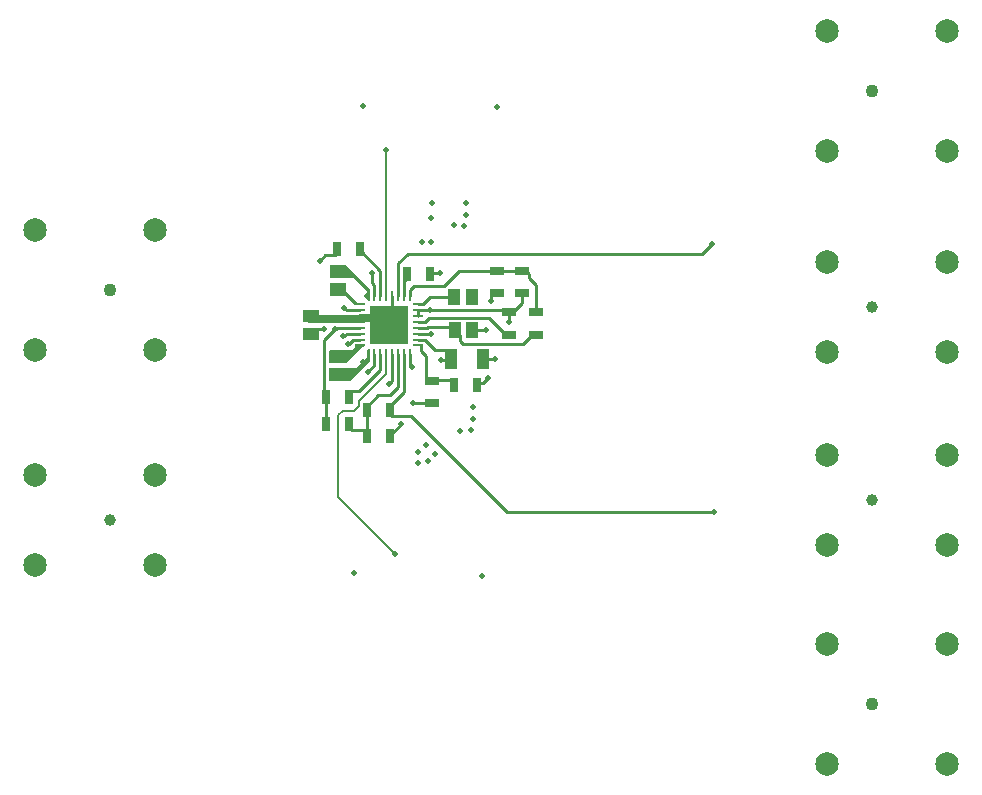
<source format=gbl>
G04*
G04 #@! TF.GenerationSoftware,Altium Limited,Altium Designer,19.0.15 (446)*
G04*
G04 Layer_Physical_Order=4*
G04 Layer_Color=16711680*
%FSLAX25Y25*%
%MOIN*%
G70*
G01*
G75*
%ADD12C,0.01000*%
%ADD16R,0.02756X0.05118*%
%ADD17R,0.05118X0.02756*%
%ADD18R,0.04331X0.05512*%
%ADD21R,0.05512X0.04331*%
%ADD35C,0.00800*%
%ADD36C,0.04331*%
%ADD37C,0.07854*%
%ADD38C,0.03937*%
%ADD39C,0.01968*%
%ADD47R,0.03386X0.01024*%
%ADD48R,0.01024X0.03386*%
%ADD49R,0.12992X0.12992*%
%ADD50R,0.04331X0.06693*%
%ADD51C,0.02500*%
G36*
X140098Y169106D02*
X140098D01*
Y168600D01*
X139550D01*
X134150Y163200D01*
X128600D01*
Y167403D01*
X128700Y167500D01*
X134598D01*
X134702Y167479D01*
X134807Y167500D01*
X136100D01*
X137200Y168600D01*
Y169537D01*
X138902D01*
X139049Y169567D01*
X140003D01*
X140098Y169106D01*
D02*
G37*
G36*
X141606Y167598D02*
X142067Y167503D01*
Y166502D01*
X142049Y166413D01*
Y164049D01*
X135300Y157300D01*
X128600D01*
Y161600D01*
X137400Y161600D01*
X141100Y165300D01*
X141100Y167598D01*
X141606D01*
Y167598D01*
D02*
G37*
G36*
X142049Y187851D02*
Y185587D01*
X142067Y185498D01*
Y184497D01*
X141606Y184402D01*
Y184402D01*
X141100D01*
X141100Y187200D01*
X136800Y191500D01*
X128700D01*
Y195800D01*
X134100D01*
X142049Y187851D01*
D02*
G37*
G36*
X134150Y187150D02*
X137900Y183400D01*
X139745Y183400D01*
X139853Y183292D01*
X140098Y182894D01*
X139947Y182433D01*
X139002D01*
X138913Y182451D01*
X137149D01*
X134100Y185500D01*
X128700D01*
Y189900D01*
X134150D01*
X134150Y187150D01*
D02*
G37*
D12*
X161933Y180933D02*
X162000Y181000D01*
X158098Y180933D02*
X161933D01*
X158087Y178953D02*
Y180921D01*
X162353Y173047D02*
X162500Y172900D01*
X158087Y173047D02*
X162353D01*
X131065Y175016D02*
X138913D01*
X134311Y173047D02*
X138913D01*
X141400Y160300D02*
X143579Y162479D01*
X149484Y157384D02*
Y166413D01*
X133500Y181700D02*
X134279Y180921D01*
X143579Y162479D02*
Y166413D01*
X148500Y156400D02*
X149484Y157384D01*
X153421Y166413D02*
X153433Y166402D01*
X156100Y161800D02*
Y162062D01*
X142700Y190000D02*
X143579Y189121D01*
X134964Y169502D02*
X136529Y171067D01*
X155390Y162772D02*
Y166413D01*
X130762Y174713D02*
X131065Y175016D01*
X133230Y172228D02*
X133492D01*
X158087Y180921D02*
X158098Y180933D01*
X149428Y180855D02*
X149472Y180900D01*
X133492Y172228D02*
X134311Y173047D01*
X143579Y185587D02*
Y189121D01*
X134702Y169502D02*
X134964D01*
X155390Y162772D02*
X156100Y162062D01*
X149472Y180900D02*
Y185575D01*
X142700Y190000D02*
Y193100D01*
X136529Y171067D02*
X138902D01*
X149472Y185575D02*
X149484Y185587D01*
X134279Y180921D02*
X138913D01*
X130500Y174713D02*
X130762D01*
X138902Y171067D02*
X138913Y171079D01*
X139040Y200519D02*
Y201200D01*
X191719Y186460D02*
X192900Y185279D01*
X127560Y151800D02*
Y151900D01*
Y143000D02*
Y151800D01*
X188600Y176800D02*
Y180240D01*
X124065Y174713D02*
X124131Y174647D01*
X165900Y164400D02*
X169085D01*
X169385D01*
X126700Y170913D02*
X130500Y174713D01*
X126700Y152760D02*
Y170913D01*
X156280Y149900D02*
X156300Y149880D01*
X162860D01*
X162880Y149860D01*
X156616Y188841D02*
X166787D01*
X155402Y187627D02*
X156616Y188841D01*
X155402Y186779D02*
Y187627D01*
X162200Y185200D02*
X170047D01*
X159890Y182890D02*
X162200Y185200D01*
X158087Y182890D02*
X159890D01*
X152600Y142860D02*
Y142900D01*
X148640Y138900D02*
X152600Y142860D01*
X155859Y145541D02*
X187900Y113500D01*
X149518Y145541D02*
X155859D01*
X148640Y146419D02*
X149518Y145541D01*
X148640Y146419D02*
Y147600D01*
Y148781D02*
X153421Y153562D01*
X148640Y147600D02*
Y148781D01*
X153421Y153562D02*
Y166413D01*
X161479Y157780D02*
X163200D01*
X170160Y156200D02*
Y156662D01*
X169282Y157540D02*
X170160Y156662D01*
X162900Y157540D02*
X169282D01*
X160841Y158418D02*
Y165525D01*
Y158418D02*
X161479Y157780D01*
X136018Y140941D02*
X141437D01*
X144829Y152429D02*
X148682D01*
X141160Y148760D02*
X144829Y152429D01*
X141160Y147600D02*
Y148760D01*
X148682Y152429D02*
X151453Y155200D01*
X166787Y188841D02*
X171886Y193940D01*
X197300Y180240D02*
Y189300D01*
X194959Y191641D02*
X197300Y189300D01*
X194959Y191641D02*
Y193062D01*
X194081Y193940D02*
X194959Y193062D01*
X192900Y193940D02*
X194081D01*
X173100Y169600D02*
X192959D01*
X196119Y172760D01*
X197300D01*
X126700Y152760D02*
X127560Y151900D01*
X135918Y153959D02*
X138572D01*
X135040Y153081D02*
X135918Y153959D01*
X135040Y151900D02*
Y153081D01*
X141160Y141218D02*
X141437Y140941D01*
X141160Y138900D02*
Y139000D01*
X140559Y137837D02*
Y138299D01*
X135140Y141819D02*
Y143000D01*
Y141819D02*
X136018Y140941D01*
X140559Y138299D02*
X141160Y138900D01*
X169085Y164400D02*
Y164700D01*
Y163519D02*
Y164400D01*
Y164700D02*
X169385Y164400D01*
X159268Y167098D02*
Y169110D01*
Y167098D02*
X160841Y165525D01*
X124131Y174647D02*
X126800D01*
X187900Y113500D02*
X256700D01*
X182500Y183800D02*
Y185482D01*
X161980Y192800D02*
X162480Y193300D01*
X165500D01*
X182500Y185482D02*
X183478Y186460D01*
X184300D01*
X179715Y164700D02*
X183800D01*
X176206Y174100D02*
X180800D01*
X122400Y173047D02*
X124065Y174713D01*
X125464Y197353D02*
X127252Y199141D01*
X130346D01*
X131224Y200019D01*
Y201200D01*
X178384Y156643D02*
X179703D01*
X177640Y155900D02*
X178384Y156643D01*
X179703D02*
X181460Y158400D01*
X141160Y141218D02*
Y147600D01*
X192900Y183359D02*
Y185279D01*
X189781Y180240D02*
X192900Y183359D01*
X171965Y170735D02*
X173100Y169600D01*
X171965Y170735D02*
Y172435D01*
X170300Y174100D02*
X171965Y172435D01*
X161656Y178256D02*
X181923D01*
X162000Y181000D02*
X186200D01*
X191719Y186460D02*
X192900D01*
X188600Y180240D02*
X189781D01*
X192900Y193940D02*
X192900Y193940D01*
X184300Y193940D02*
X192900D01*
X171886D02*
X184300D01*
X155390Y186768D02*
X155402Y186779D01*
X155390Y185587D02*
Y186768D01*
X160420Y171067D02*
X163940Y167546D01*
X167420D01*
X169085Y165881D01*
Y164700D02*
Y165881D01*
X181923Y178256D02*
X187419Y172760D01*
X188600D01*
X160396Y176996D02*
X161656Y178256D01*
X151453Y155200D02*
Y166413D01*
X145547Y160934D02*
Y166413D01*
X138572Y153959D02*
X145547Y160934D01*
Y185587D02*
Y194012D01*
X139040Y200519D02*
X145547Y194012D01*
X151453Y196510D02*
X154643Y199700D01*
X154500Y191619D02*
Y192800D01*
X153421Y190540D02*
X154500Y191619D01*
X153421Y185587D02*
Y190540D01*
X151453Y185587D02*
Y196510D01*
X252800Y199700D02*
X256000Y202900D01*
X154643Y199700D02*
X252800D01*
X161471Y175384D02*
X169016D01*
X161114Y175028D02*
X161471Y175384D01*
X158098Y176996D02*
X160396D01*
X158087Y176984D02*
X158098Y176996D01*
Y175028D02*
X161114D01*
X169016Y175384D02*
X170300Y174100D01*
X158087Y175016D02*
X158098Y175028D01*
Y171067D02*
X160420D01*
X158087Y171079D02*
X158098Y171067D01*
X184300Y186460D02*
X184350Y186510D01*
D16*
X170160Y155900D02*
D03*
X177640D02*
D03*
X148640Y147600D02*
D03*
X141160D02*
D03*
X141160Y138900D02*
D03*
X148640D02*
D03*
X127560Y143000D02*
D03*
X135040D02*
D03*
X154500Y192800D02*
D03*
X161980D02*
D03*
X127560Y151800D02*
D03*
X135040D02*
D03*
X131224Y201200D02*
D03*
X138704D02*
D03*
D17*
X162880Y157340D02*
D03*
Y149860D02*
D03*
X188600Y180240D02*
D03*
Y172760D02*
D03*
X197300Y180240D02*
D03*
Y172760D02*
D03*
X184300Y186460D02*
D03*
Y193940D02*
D03*
X192900Y193940D02*
D03*
Y186460D02*
D03*
D18*
X175953Y185200D02*
D03*
X170047D02*
D03*
X176206Y174100D02*
D03*
X170300D02*
D03*
D21*
X122400Y178953D02*
D03*
Y173047D02*
D03*
X131400Y165353D02*
D03*
Y159447D02*
D03*
X131400Y193600D02*
D03*
Y187695D02*
D03*
D35*
X138482Y148882D02*
Y150698D01*
X136800Y147200D02*
X138482Y148882D01*
X133000Y147200D02*
X136800D01*
X138482Y150698D02*
X147516Y159731D01*
Y166413D01*
X131600Y145800D02*
X133000Y147200D01*
X131600Y118500D02*
Y145800D01*
Y118500D02*
X150600Y99500D01*
X147516Y185587D02*
Y234400D01*
D36*
X55539Y187500D02*
D03*
X309461Y254000D02*
D03*
Y49500D02*
D03*
D37*
X30500Y167500D02*
D03*
Y207500D02*
D03*
X70500D02*
D03*
Y167500D02*
D03*
X30500Y96000D02*
D03*
Y126000D02*
D03*
X70500D02*
D03*
Y96000D02*
D03*
X334500Y274000D02*
D03*
Y234000D02*
D03*
X294500D02*
D03*
Y274000D02*
D03*
X334500Y197000D02*
D03*
Y167000D02*
D03*
X294500D02*
D03*
Y197000D02*
D03*
X334500Y132500D02*
D03*
Y102500D02*
D03*
X294500D02*
D03*
Y132500D02*
D03*
X334500Y69500D02*
D03*
Y29500D02*
D03*
X294500D02*
D03*
Y69500D02*
D03*
D38*
X55539Y111000D02*
D03*
X309461Y182000D02*
D03*
Y117500D02*
D03*
D39*
X162000Y181000D02*
D03*
X175100Y183700D02*
D03*
X152057Y174700D02*
D03*
X145500Y174647D02*
D03*
X162500Y172900D02*
D03*
X142700Y193100D02*
D03*
X148500Y156400D02*
D03*
X133500Y181700D02*
D03*
X151500Y179600D02*
D03*
X156100Y161800D02*
D03*
X141000Y185500D02*
D03*
X134702Y169502D02*
D03*
X141400Y160300D02*
D03*
X133230Y172228D02*
D03*
X130500Y174713D02*
D03*
X146000Y179600D02*
D03*
X139800Y163600D02*
D03*
X188600Y176800D02*
D03*
X173300Y208800D02*
D03*
X170047Y209100D02*
D03*
X126800Y174647D02*
D03*
X156280Y149900D02*
D03*
X152600Y142900D02*
D03*
X158200Y133700D02*
D03*
X160700Y135900D02*
D03*
X161591Y130500D02*
D03*
X165900Y164400D02*
D03*
X182500Y183800D02*
D03*
X165500Y193300D02*
D03*
X183800Y164700D02*
D03*
X180800Y174100D02*
D03*
X125464Y197353D02*
D03*
X181460Y158400D02*
D03*
X147416Y234300D02*
D03*
X150600Y99500D02*
D03*
X176500Y148500D02*
D03*
X172100Y140600D02*
D03*
X163700Y133000D02*
D03*
X175700Y140900D02*
D03*
X176300Y144700D02*
D03*
X174100Y212500D02*
D03*
X174200Y216500D02*
D03*
X179300Y92100D02*
D03*
X136700Y93100D02*
D03*
X158100Y129800D02*
D03*
X162500Y211600D02*
D03*
X162900Y216500D02*
D03*
X162600Y203500D02*
D03*
X159500D02*
D03*
X184400Y248700D02*
D03*
X139800Y248900D02*
D03*
X256700Y113500D02*
D03*
X256000Y202900D02*
D03*
D47*
X158087Y182890D02*
D03*
Y180921D02*
D03*
Y178953D02*
D03*
Y176984D02*
D03*
Y175016D02*
D03*
Y173047D02*
D03*
Y171079D02*
D03*
Y169110D02*
D03*
X138913D02*
D03*
Y171079D02*
D03*
Y173047D02*
D03*
Y175016D02*
D03*
Y176984D02*
D03*
Y178953D02*
D03*
Y180921D02*
D03*
Y182890D02*
D03*
D48*
X155390Y166413D02*
D03*
X153421D02*
D03*
X151453D02*
D03*
X149484D02*
D03*
X147516D02*
D03*
X145547D02*
D03*
X143579D02*
D03*
X141610D02*
D03*
Y185587D02*
D03*
X143579D02*
D03*
X145547D02*
D03*
X147516D02*
D03*
X149484D02*
D03*
X151453D02*
D03*
X153421D02*
D03*
X155390D02*
D03*
D49*
X148500Y176000D02*
D03*
D50*
X179715Y164700D02*
D03*
X169085D02*
D03*
D51*
X122200Y178066D02*
X138913D01*
X138948Y178100D02*
X142900D01*
M02*

</source>
